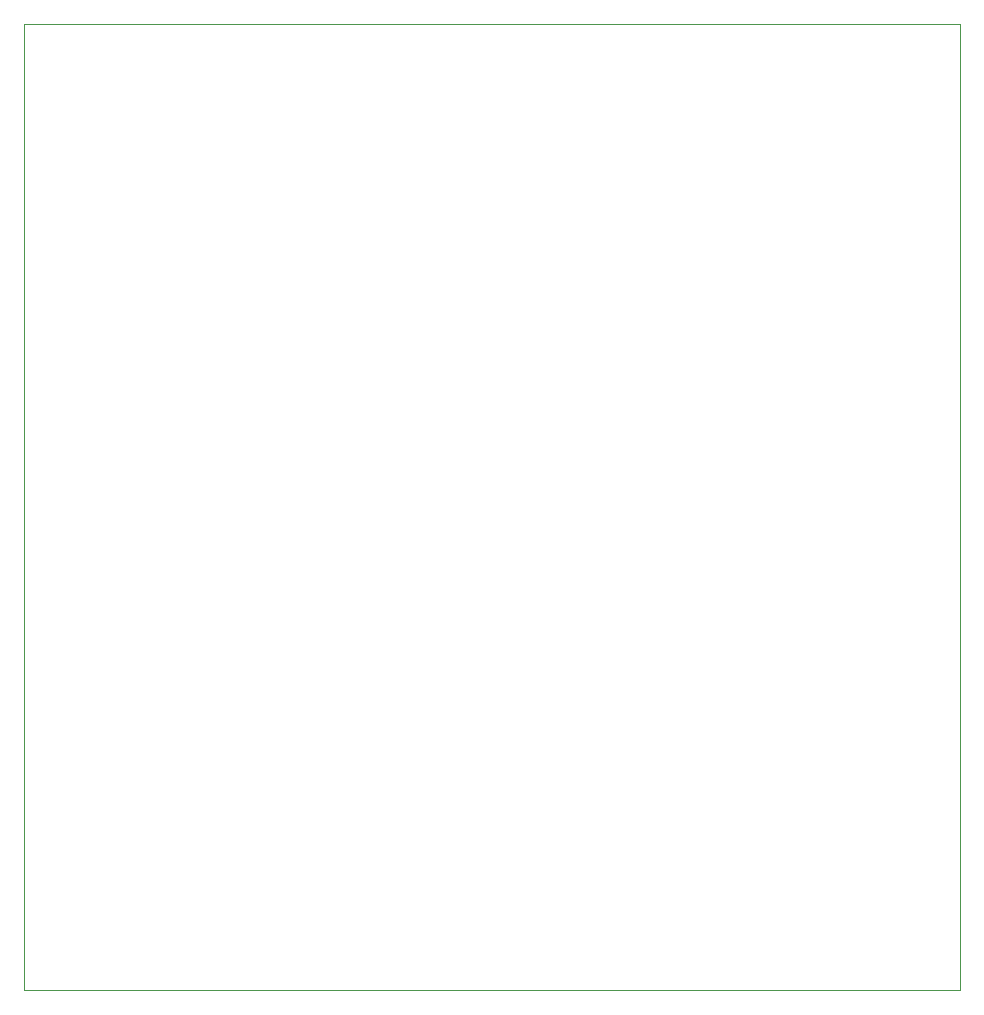
<source format=gbr>
G04 #@! TF.FileFunction,Profile,NP*
%FSLAX46Y46*%
G04 Gerber Fmt 4.6, Leading zero omitted, Abs format (unit mm)*
G04 Created by KiCad (PCBNEW (after 2015-mar-04 BZR unknown)-product) date 26/07/2015 13:07:27*
%MOMM*%
G01*
G04 APERTURE LIST*
%ADD10C,0.100000*%
G04 APERTURE END LIST*
D10*
X106172000Y-34036000D02*
X106172000Y-115824000D01*
X185420000Y-34036000D02*
X106172000Y-34036000D01*
X185420000Y-115824000D02*
X185420000Y-34036000D01*
X106172000Y-115824000D02*
X185420000Y-115824000D01*
M02*

</source>
